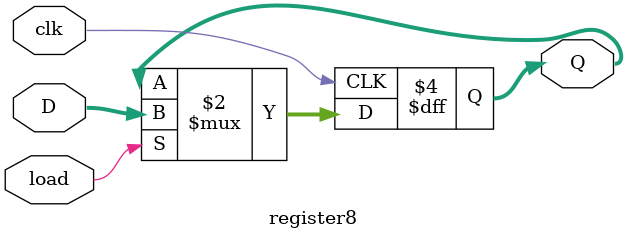
<source format=v>
module register8(
    input clk,
    input load,
    input [7:0] D,
    output reg [7:0] Q
);
always @(posedge clk) begin
    if(load)
        Q <= D;
end
endmodule
</source>
